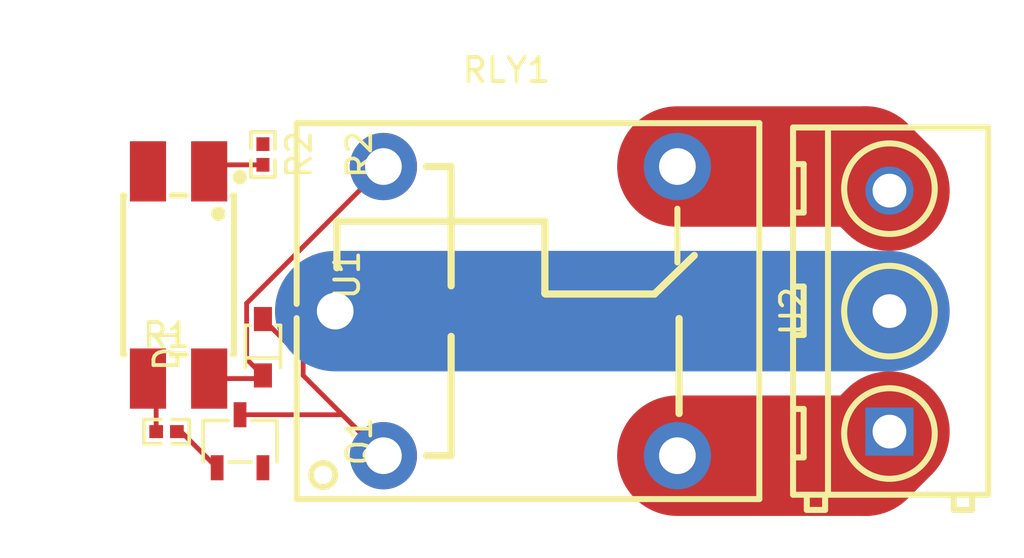
<source format=kicad_pcb>
(kicad_pcb (version 20241229) (generator "pcbnew") (generator_version "9.0")
  (layers (0 "F.Cu" signal) (2 "B.Cu" signal) (13 "F.Paste" user) (15 "B.Paste" user) (5 "F.SilkS" user "F.Silkscreen") (7 "B.SilkS" user "B.Silkscreen") (1 "F.Mask" user) (3 "B.Mask" user) (25 "Edge.Cuts" user))
  (net 0 "")
  (net 1 "_1")
  (net 2 "control_input-GND")
  (net 3 "line")
  (net 4 "power_5v-GND")
  (net 5 "B")
  (net 6 "terminal_no")
  (net 7 "A")
  (net 8 "VCC")
  (net 9 "terminal_com")
  (net 10 "terminal_nc")
  (net 11 "_3")
  (footprint "Ningbo_Songle_Relay_SRD_05VDC_SL_C:RELAY-TH_SRD-XXVDC-XL-C" (layer "F.Cu") (at 178.1 117)
    (property "Reference" "RLY1" (at 0 -10 0) (layer "F.SilkS"))
    (property "Value" "")
    (fp_line (start -8.7 -7.8) (end -8.7 -0.3) (stroke (width 0.25)) (layer "F.SilkS"))
    (fp_line (start -8.7 0.29) (end -8.7 7.8) (stroke (width 0.25)) (layer "F.SilkS"))
    (fp_line (start -7.03 -3.73) (end 1.6 -3.73) (stroke (width 0.3)) (layer "F.SilkS"))
    (fp_line (start -7.03 -1.8) (end -7.03 -3.73) (stroke (width 0.3)) (layer "F.SilkS"))
    (fp_line (start -2.29 -6) (end -3.31 -6) (stroke (width 0.3)) (layer "F.SilkS"))
    (fp_line (start -2.29 -1.05) (end -2.29 -6) (stroke (width 0.3)) (layer "F.SilkS"))
    (fp_line (start -2.29 6) (end -3.31 6) (stroke (width 0.3)) (layer "F.SilkS"))
    (fp_line (start -2.29 6) (end -2.29 1.05) (stroke (width 0.3)) (layer "F.SilkS"))
    (fp_line (start 1.6 -3.73) (end 1.6 -0.73) (stroke (width 0.3)) (layer "F.SilkS"))
    (fp_line (start 1.6 -0.73) (end 1.63 -0.71) (stroke (width 0.3)) (layer "F.SilkS"))
    (fp_line (start 1.63 -0.71) (end 5.64 -0.71) (stroke (width 0.3)) (layer "F.SilkS"))
    (fp_line (start 5.64 -0.71) (end 6.15 -0.71) (stroke (width 0.3)) (layer "F.SilkS"))
    (fp_line (start 6.15 -0.71) (end 7.8 -2.31) (stroke (width 0.3)) (layer "F.SilkS"))
    (fp_line (start 7.1 -4.25) (end 7.1 -2.02) (stroke (width 0.25)) (layer "F.SilkS"))
    (fp_line (start 7.17 4.25) (end 7.17 0.31) (stroke (width 0.3)) (layer "F.SilkS"))
    (fp_line (start 10.5 -7.8) (end -8.7 -7.8) (stroke (width 0.25)) (layer "F.SilkS"))
    (fp_line (start 10.5 7.8) (end -8.7 7.8) (stroke (width 0.25)) (layer "F.SilkS"))
    (fp_line (start 10.5 7.8) (end 10.5 -7.8) (stroke (width 0.25)) (layer "F.SilkS"))
    (fp_circle (center -7.6 6.8) (end -7.1 6.8) (stroke (width 0.25)) (fill no) (layer "F.SilkS"))
    (fp_text user "${REFERENCE}" (at 0 -10 0) (layer "F.SilkS"))
    (pad "1" thru_hole circle (at -5.1 6 180) (size 2.79 2.79) (drill 1.524) (layers "*.Cu" "*.Mask") (net 7 "A"))
    (pad "2" thru_hole circle (at 7.1 6 180) (size 2.79 2.79) (drill 1.524) (layers "*.Cu" "*.Mask") (net 6 "terminal_no"))
    (pad "3" thru_hole circle (at 7.1 -6 180) (size 2.79 2.79) (drill 1.524) (layers "*.Cu" "*.Mask") (net 10 "terminal_nc"))
    (pad "4" thru_hole circle (at -5.1 -6 180) (size 2.79 2.79) (drill 1.524) (layers "*.Cu" "*.Mask") (net 8 "VCC"))
    (pad "5" thru_hole circle (at -7.1 0 180) (size 2.79 2.79) (drill 1.524) (layers "*.Cu" "*.Mask") (net 9 "terminal_com"))
  )
  (footprint "UNI_ROYAL_0402WGF1001TCE:R0402" (layer "F.Cu") (at 164 122)
    (property "Reference" "R1" (at 0 -4 0) (layer "F.SilkS"))
    (property "Value" "1kΩ ±1% 62.5mW")
    (fp_line (start -0.94 -0.5) (end -0.23 -0.5) (stroke (width 0.15)) (layer "F.SilkS"))
    (fp_line (start -0.94 0.5) (end -0.94 -0.5) (stroke (width 0.15)) (layer "F.SilkS"))
    (fp_line (start -0.23 0.5) (end -0.94 0.5) (stroke (width 0.15)) (layer "F.SilkS"))
    (fp_line (start 0.23 0.5) (end 0.94 0.5) (stroke (width 0.15)) (layer "F.SilkS"))
    (fp_line (start 0.94 -0.5) (end 0.23 -0.5) (stroke (width 0.15)) (layer "F.SilkS"))
    (fp_line (start 0.94 0.5) (end 0.94 -0.5) (stroke (width 0.15)) (layer "F.SilkS"))
    (fp_text user "${REFERENCE}" (at 0 -4 0) (layer "F.SilkS"))
    (pad "1" smd rect (at -0.43 0) (size 0.57 0.54) (layers "F.Cu" "F.Mask" "F.Paste") (net 11 "_3"))
    (pad "2" smd rect (at 0.43 0) (size 0.57 0.54) (layers "F.Cu" "F.Mask" "F.Paste") (net 5 "B"))
  )
  (footprint "UNI_ROYAL_0402WGF1001TCE:R0402" (layer "F.Cu") (at 168 110.5 -90)
    (property "Reference" "R2" (at 0 -1.5 90) (layer "F.SilkS"))
    (property "Value" "1kΩ ±1% 62.5mW")
    (fp_line (start -0.94 0.5) (end -0.94 -0.5) (stroke (width 0.15)) (layer "F.SilkS"))
    (fp_line (start -0.23 0.5) (end -0.94 0.5) (stroke (width 0.15)) (layer "F.SilkS"))
    (fp_line (start 0.23 0.5) (end 0.94 0.5) (stroke (width 0.15)) (layer "F.SilkS"))
    (fp_line (start 0.94 0.5) (end 0.94 -0.5) (stroke (width 0.15)) (layer "F.SilkS"))
    (fp_line (start -0.94 -0.5) (end -0.23 -0.5) (stroke (width 0.15)) (layer "F.SilkS"))
    (fp_line (start 0.94 -0.5) (end 0.23 -0.5) (stroke (width 0.15)) (layer "F.SilkS"))
    (fp_text user "${REFERENCE}" (at 0 -4 90) (layer "F.SilkS"))
    (pad "1" smd rect (at -0.43 0 270) (size 0.57 0.54) (layers "F.Cu" "F.Mask" "F.Paste") (net 3 "line"))
    (pad "2" smd rect (at 0.43 0 270) (size 0.57 0.54) (layers "F.Cu" "F.Mask" "F.Paste") (net 1 "_1"))
  )
  (footprint "GOODWORK_PC817C:OPTO-SMD-4_L4.6-W6.5-P2.54-LS10.3-TL" (layer "F.Cu") (at 164.5 115.5 -90)
    (property "Reference" "U1" (at 0 -7 90) (layer "F.SilkS"))
    (property "Value" "")
    (fp_line (start 3.3 2.3) (end -3.3 2.3) (stroke (width 0.25)) (layer "F.SilkS"))
    (fp_line (start -3.3 2.25) (end -3.3 2.3) (stroke (width 0.25)) (layer "F.SilkS"))
    (fp_line (start 3.3 2.25) (end 3.3 2.3) (stroke (width 0.25)) (layer "F.SilkS"))
    (fp_line (start -3.3 -0.29) (end -3.3 0.29) (stroke (width 0.25)) (layer "F.SilkS"))
    (fp_line (start 3.3 -0.29) (end 3.3 0.29) (stroke (width 0.25)) (layer "F.SilkS"))
    (fp_line (start -3.3 -2.3) (end -3.3 -2.25) (stroke (width 0.25)) (layer "F.SilkS"))
    (fp_line (start -3.3 -2.3) (end 3.3 -2.3) (stroke (width 0.25)) (layer "F.SilkS"))
    (fp_line (start 3.3 -2.3) (end 3.3 -2.25) (stroke (width 0.25)) (layer "F.SilkS"))
    (fp_circle (center -2.54 -1.65) (end -2.39 -1.65) (stroke (width 0.3)) (fill no) (layer "F.SilkS"))
    (fp_circle (center -4.06 -2.54) (end -3.91 -2.54) (stroke (width 0.3)) (fill no) (layer "F.SilkS"))
    (fp_text user "${REFERENCE}" (at 0 -7 90) (layer "F.SilkS"))
    (pad "1" smd rect (at -4.3 -1.27) (size 1.5 2.5) (layers "F.Cu" "F.Mask" "F.Paste") (net 1 "_1"))
    (pad "2" smd rect (at -4.3 1.27) (size 1.5 2.5) (layers "F.Cu" "F.Mask" "F.Paste") (net 2 "control_input-GND"))
    (pad "3" smd rect (at 4.3 1.27) (size 1.5 2.5) (layers "F.Cu" "F.Mask" "F.Paste") (net 11 "_3"))
    (pad "4" smd rect (at 4.3 -1.27) (size 1.5 2.5) (layers "F.Cu" "F.Mask" "F.Paste") (net 8 "VCC"))
  )
  (footprint "DIBO_DB127V_5_08_3P_GN_S:CONN-TH_3P-P5.08_DB127V-5.08-3P-GN-S" (layer "F.Cu") (at 194 117 90)
    (property "Reference" "U2" (at 0 -4 90) (layer "F.SilkS"))
    (property "Value" "")
    (fp_line (start 7.62 -4) (end 7.62 4.1) (stroke (width 0.25)) (layer "F.SilkS"))
    (fp_line (start 4.09 -4) (end 4.09 -3.56) (stroke (width 0.25)) (layer "F.SilkS"))
    (fp_line (start -0.99 -4) (end -0.99 -3.56) (stroke (width 0.25)) (layer "F.SilkS"))
    (fp_line (start -6.07 -4) (end -6.07 -3.56) (stroke (width 0.25)) (layer "F.SilkS"))
    (fp_line (start -7.62 -4) (end 7.62 -4) (stroke (width 0.25)) (layer "F.SilkS"))
    (fp_line (start -7.62 -4) (end -7.62 4.1) (stroke (width 0.25)) (layer "F.SilkS"))
    (fp_line (start 6.1 -3.56) (end 6.1 -4) (stroke (width 0.25)) (layer "F.SilkS"))
    (fp_line (start 4.09 -3.56) (end 6.1 -3.56) (stroke (width 0.25)) (layer "F.SilkS"))
    (fp_line (start 1.02 -3.56) (end 1.02 -4) (stroke (width 0.25)) (layer "F.SilkS"))
    (fp_line (start -0.99 -3.56) (end 1.02 -3.56) (stroke (width 0.25)) (layer "F.SilkS"))
    (fp_line (start -4.06 -3.56) (end -4.06 -4) (stroke (width 0.25)) (layer "F.SilkS"))
    (fp_line (start -6.07 -3.56) (end -4.06 -3.56) (stroke (width 0.25)) (layer "F.SilkS"))
    (fp_line (start -8.25 -3.43) (end -7.65 -3.43) (stroke (width 0.25)) (layer "F.SilkS"))
    (fp_line (start -8.25 -3.05) (end -8.25 -3.43) (stroke (width 0.25)) (layer "F.SilkS"))
    (fp_line (start -8.25 -3.05) (end -8.25 -2.67) (stroke (width 0.25)) (layer "F.SilkS"))
    (fp_line (start -8.25 -2.67) (end -7.65 -2.67) (stroke (width 0.25)) (layer "F.SilkS"))
    (fp_line (start -7.62 -2.55) (end 7.62 -2.55) (stroke (width 0.25)) (layer "F.SilkS"))
    (fp_line (start -8.25 2.67) (end -7.65 2.67) (stroke (width 0.25)) (layer "F.SilkS"))
    (fp_line (start -8.25 3.05) (end -8.25 2.67) (stroke (width 0.25)) (layer "F.SilkS"))
    (fp_line (start -8.25 3.05) (end -8.25 3.43) (stroke (width 0.25)) (layer "F.SilkS"))
    (fp_line (start -8.25 3.43) (end -7.65 3.43) (stroke (width 0.25)) (layer "F.SilkS"))
    (fp_line (start -7.62 4.1) (end 7.62 4.1) (stroke (width 0.25)) (layer "F.SilkS"))
    (fp_circle (center 5.08 0) (end 6.96 0) (stroke (width 0.25)) (fill no) (layer "F.SilkS"))
    (fp_circle (center 0 0) (end 1.88 0) (stroke (width 0.25)) (fill no) (layer "F.SilkS"))
    (fp_circle (center -5.08 0) (end -3.2 0) (stroke (width 0.25)) (fill no) (layer "F.SilkS"))
    (fp_text user "${REFERENCE}" (at 0 -4 90) (layer "F.SilkS"))
    (pad "1" thru_hole rect (at -5 0 90) (size 2 2) (drill 1.399997) (layers "*.Cu" "*.Mask") (net 6 "terminal_no"))
    (pad "2" thru_hole circle (at 0 0 90) (size 2 2) (drill 1.399997) (layers "*.Cu" "*.Mask") (net 9 "terminal_com"))
    (pad "3" thru_hole circle (at 5 0 90) (size 2 2) (drill 1.399997) (layers "*.Cu" "*.Mask") (net 10 "terminal_nc"))
  )
  (footprint "Changjiang_Electronics_Tech_S8050_J3Y_RANGE_200_350:SOT-23-3_L3.0-W1.7-P0.95-LS2.9-BR" (layer "F.Cu") (at 167.05 122.4 -90)
    (property "Reference" "Q1" (at 0 -4.95 90) (layer "F.SilkS"))
    (property "Value" "")
    (fp_line (start -0.86 1.53) (end -0.86 0.49) (stroke (width 0.15)) (layer "F.SilkS"))
    (fp_line (start 0.86 1.53) (end -0.86 1.53) (stroke (width 0.15)) (layer "F.SilkS"))
    (fp_line (start 0.86 -0.46) (end 0.86 0.46) (stroke (width 0.15)) (layer "F.SilkS"))
    (fp_line (start -0.86 -1.53) (end -0.86 -0.49) (stroke (width 0.15)) (layer "F.SilkS"))
    (fp_line (start 0.86 -1.53) (end -0.86 -1.53) (stroke (width 0.15)) (layer "F.SilkS"))
    (fp_text user "${REFERENCE}" (at 0 -4.95 90) (layer "F.SilkS"))
    (pad "1" smd rect (at 1.1 0.95 270) (size 1.04 0.53) (layers "F.Cu" "F.Mask" "F.Paste") (net 5 "B"))
    (pad "2" smd rect (at 1.1 -0.95 270) (size 1.04 0.53) (layers "F.Cu" "F.Mask" "F.Paste") (net 4 "power_5v-GND"))
    (pad "3" smd rect (at -1.1 0 270) (size 1.04 0.53) (layers "F.Cu" "F.Mask" "F.Paste") (net 7 "A"))
  )
  (footprint "Changjiang_Electronics_Tech_1N4148WS:SOD-323_L1.8-W1.3-LS2.5-RD" (layer "F.Cu") (at 168 118.5 90)
    (property "Reference" "D1" (at 0 -4 90) (layer "F.SilkS"))
    (property "Value" "")
    (fp_line (start 0.91 -0.73) (end 0.91 -0.53) (stroke (width 0.15)) (layer "F.SilkS"))
    (fp_line (start -0.44 -0.73) (end -0.44 0.73) (stroke (width 0.15)) (layer "F.SilkS"))
    (fp_line (start -0.85 -0.73) (end 0.91 -0.73) (stroke (width 0.15)) (layer "F.SilkS"))
    (fp_line (start 0.91 0.73) (end 0.91 0.52) (stroke (width 0.15)) (layer "F.SilkS"))
    (fp_line (start -0.85 0.73) (end 0.91 0.73) (stroke (width 0.15)) (layer "F.SilkS"))
    (fp_text user "${REFERENCE}" (at 0 -4 90) (layer "F.SilkS"))
    (pad "1" smd rect (at -1.17 0 90) (size 1 0.75) (layers "F.Cu" "F.Mask" "F.Paste") (net 8 "VCC"))
    (pad "2" smd rect (at 1.17 0 90) (size 1 0.75) (layers "F.Cu" "F.Mask" "F.Paste") (net 7 "A"))
  )
  (segment (start 166.04 110.93) (end 165.77 111.2) (width 0.2) (layer "F.Cu") (net 1))
  (segment (start 168 110.93) (end 166.04 110.93) (width 0.2) (layer "F.Cu") (net 1))
  (segment (start 164.6 122) (end 166.1 123.5) (width 0.2) (layer "F.Cu") (net 5))
  (segment (start 164.43 122) (end 164.6 122) (width 0.2) (layer "F.Cu") (net 5))
  (segment (start 185.2 123) (end 193 123) (width 5) (layer "F.Cu") (net 6))
  (segment (start 193 123) (end 194 122) (width 5) (layer "F.Cu") (net 6))
  (segment (start 168 117.33) (end 169.67 119) (width 0.2) (layer "F.Cu") (net 7))
  (segment (start 167.05 121.3) (end 171.3 121.3) (width 0.2) (layer "F.Cu") (net 7))
  (segment (start 169.67 119) (end 169.67 119.67) (width 0.2) (layer "F.Cu") (net 7))
  (segment (start 169.67 119.67) (end 173 123) (width 0.2) (layer "F.Cu") (net 7))
  (segment (start 171.3 121.3) (end 173 123) (width 0.2) (layer "F.Cu") (net 7))
  (segment (start 167.87 119.8) (end 168 119.67) (width 0.2) (layer "F.Cu") (net 8))
  (segment (start 167.324 118.994) (end 167.324 116.676) (width 0.2) (layer "F.Cu") (net 8))
  (segment (start 165.77 119.8) (end 167.87 119.8) (width 0.2) (layer "F.Cu") (net 8))
  (segment (start 167.324 116.676) (end 173 111) (width 0.2) (layer "F.Cu") (net 8))
  (segment (start 168 119.67) (end 167.324 118.994) (width 0.2) (layer "F.Cu") (net 8))
  (segment (start 171 117) (end 194 117) (width 5) (layer "B.Cu") (net 9))
  (segment (start 193 111) (end 194 112) (width 5) (layer "F.Cu") (net 10))
  (segment (start 185.2 111) (end 193 111) (width 5) (layer "F.Cu") (net 10))
  (segment (start 163.57 120.14) (end 163.23 119.8) (width 0.2) (layer "F.Cu") (net 11))
  (segment (start 163.57 122) (end 163.57 120.14) (width 0.2) (layer "F.Cu") (net 11))
)
</source>
